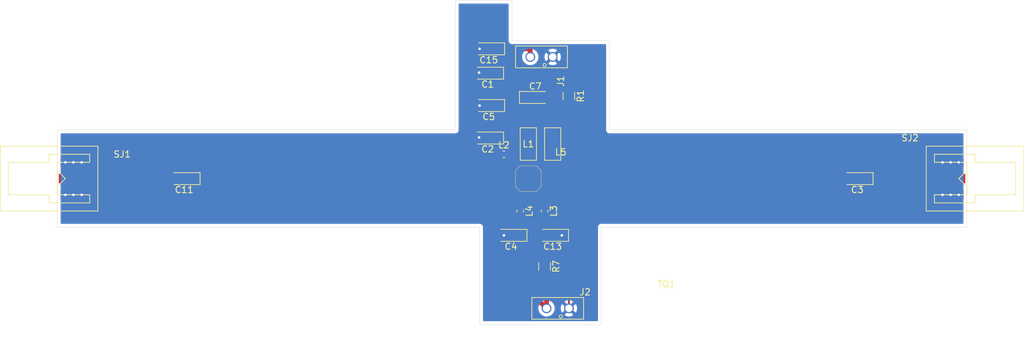
<source format=kicad_pcb>
(kicad_pcb (version 20171130) (host pcbnew 5.1.2-f72e74a~84~ubuntu18.04.1)

  (general
    (thickness 1.6)
    (drawings 19)
    (tracks 113)
    (zones 0)
    (modules 21)
    (nets 15)
  )

  (page A4)
  (layers
    (0 F.Cu signal)
    (31 B.Cu signal)
    (32 B.Adhes user)
    (33 F.Adhes user)
    (34 B.Paste user)
    (35 F.Paste user)
    (36 B.SilkS user)
    (37 F.SilkS user)
    (38 B.Mask user)
    (39 F.Mask user)
    (40 Dwgs.User user)
    (41 Cmts.User user)
    (42 Eco1.User user)
    (43 Eco2.User user)
    (44 Edge.Cuts user)
    (45 Margin user)
    (46 B.CrtYd user)
    (47 F.CrtYd user)
    (48 B.Fab user)
    (49 F.Fab user)
  )

  (setup
    (last_trace_width 0.25)
    (trace_clearance 0.2)
    (zone_clearance 0.508)
    (zone_45_only no)
    (trace_min 0.2)
    (via_size 0.8)
    (via_drill 0.4)
    (via_min_size 0.4)
    (via_min_drill 0.3)
    (uvia_size 0.3)
    (uvia_drill 0.1)
    (uvias_allowed no)
    (uvia_min_size 0.2)
    (uvia_min_drill 0.1)
    (edge_width 0.05)
    (segment_width 0.2)
    (pcb_text_width 0.3)
    (pcb_text_size 1.5 1.5)
    (mod_edge_width 0.12)
    (mod_text_size 1 1)
    (mod_text_width 0.15)
    (pad_size 6 2.2)
    (pad_drill 0)
    (pad_to_mask_clearance 0.051)
    (solder_mask_min_width 0.25)
    (aux_axis_origin 0 0)
    (visible_elements FFFFFF7F)
    (pcbplotparams
      (layerselection 0x010fc_ffffffff)
      (usegerberextensions false)
      (usegerberattributes false)
      (usegerberadvancedattributes false)
      (creategerberjobfile false)
      (excludeedgelayer true)
      (linewidth 0.100000)
      (plotframeref false)
      (viasonmask false)
      (mode 1)
      (useauxorigin false)
      (hpglpennumber 1)
      (hpglpenspeed 20)
      (hpglpendiameter 15.000000)
      (psnegative false)
      (psa4output false)
      (plotreference true)
      (plotvalue true)
      (plotinvisibletext false)
      (padsonsilk false)
      (subtractmaskfromsilk false)
      (outputformat 1)
      (mirror false)
      (drillshape 0)
      (scaleselection 1)
      (outputdirectory "ger_drill_rf_amp_matched/"))
  )

  (net 0 "")
  (net 1 GND)
  (net 2 VCC)
  (net 3 /RFout)
  (net 4 /RFin)
  (net 5 "Net-(C13-Pad2)")
  (net 6 /VCC2)
  (net 7 /VCC1)
  (net 8 /IREF_2)
  (net 9 /IREF_1)
  (net 10 /VBIAS)
  (net 11 /RF_OUT)
  (net 12 /RF_IN)
  (net 13 /VDD)
  (net 14 "Net-(L5-Pad1)")

  (net_class Default "This is the default net class."
    (clearance 0.2)
    (trace_width 0.25)
    (via_dia 0.8)
    (via_drill 0.4)
    (uvia_dia 0.3)
    (uvia_drill 0.1)
    (add_net /IREF_1)
    (add_net /IREF_2)
    (add_net /RF_IN)
    (add_net /RF_OUT)
    (add_net /RFin)
    (add_net /RFout)
    (add_net /VBIAS)
    (add_net /VCC1)
    (add_net /VCC2)
    (add_net /VDD)
    (add_net GND)
    (add_net "Net-(C13-Pad2)")
    (add_net "Net-(L5-Pad1)")
    (add_net VCC)
  )

  (module rf_filters:TQP9111 (layer F.Cu) (tedit 5D1DE3EE) (tstamp 5D89F7AC)
    (at 147.32 124.46)
    (path /5D3A0967)
    (fp_text reference TQ1 (at 21.59 16.51) (layer F.SilkS)
      (effects (font (size 1 1) (thickness 0.15)))
    )
    (fp_text value TQP9111 (at 25.4 7.62) (layer F.Fab)
      (effects (font (size 1 1) (thickness 0.15)))
    )
    (fp_line (start -1.27 -2) (end -2 -1.27) (layer F.SilkS) (width 0.05))
    (fp_line (start -1.27 2) (end -2 1.27) (layer F.SilkS) (width 0.05))
    (fp_line (start 2 1.27) (end 1.27 2) (layer F.SilkS) (width 0.05))
    (fp_line (start 1.27 -2) (end 2 -1.27) (layer F.SilkS) (width 0.05))
    (fp_line (start -1.27 -2) (end 1.27 -2) (layer F.SilkS) (width 0.05))
    (fp_line (start 2 -1.27) (end 2 1.27) (layer F.SilkS) (width 0.05))
    (fp_line (start -2 1.27) (end -2 -1.27) (layer F.SilkS) (width 0.05))
    (fp_line (start -1.27 2) (end 1.27 2) (layer F.SilkS) (width 0.05))
    (pad 21 smd rect (at 0 0) (size 2.15 2.15) (layers F.Cu F.Paste F.Mask)
      (net 1 GND))
    (pad 20 smd rect (at -1 -1.785) (size 0.23 0.23) (layers F.Cu F.Paste F.Mask)
      (net 7 /VCC1))
    (pad 19 smd rect (at -0.5 -1.785) (size 0.23 0.23) (layers F.Cu F.Paste F.Mask)
      (net 1 GND))
    (pad 18 smd rect (at 0 -1.785) (size 0.23 0.23) (layers F.Cu F.Paste F.Mask)
      (net 6 /VCC2))
    (pad 17 smd rect (at 0.5 -1.785) (size 0.23 0.23) (layers F.Cu F.Paste F.Mask)
      (net 1 GND))
    (pad 16 smd rect (at 1 -1.785) (size 0.23 0.23) (layers F.Cu F.Paste F.Mask)
      (net 10 /VBIAS))
    (pad 15 smd rect (at 1.785 -1) (size 0.23 0.23) (layers F.Cu F.Paste F.Mask)
      (net 1 GND))
    (pad 14 smd rect (at 1.785 -0.5) (size 0.23 0.23) (layers F.Cu F.Paste F.Mask)
      (net 11 /RF_OUT))
    (pad 13 smd rect (at 1.785 0) (size 0.23 0.23) (layers F.Cu F.Paste F.Mask)
      (net 11 /RF_OUT))
    (pad 12 smd rect (at 1.785 0.5) (size 0.23 0.23) (layers F.Cu F.Paste F.Mask)
      (net 11 /RF_OUT))
    (pad 11 smd rect (at 1.785 1) (size 0.23 0.23) (layers F.Cu F.Paste F.Mask)
      (net 1 GND))
    (pad 10 smd rect (at 1 1.785) (size 0.23 0.23) (layers F.Cu F.Paste F.Mask)
      (net 1 GND))
    (pad 9 smd rect (at 0.5 1.785) (size 0.23 0.23) (layers F.Cu F.Paste F.Mask)
      (net 1 GND))
    (pad 8 smd rect (at 0 1.785) (size 0.23 0.23) (layers F.Cu F.Paste F.Mask)
      (net 8 /IREF_2))
    (pad 7 smd rect (at -0.5 1.785) (size 0.23 0.23) (layers F.Cu F.Paste F.Mask)
      (net 1 GND))
    (pad 6 smd rect (at -1 1.785) (size 0.23 0.23) (layers F.Cu F.Paste F.Mask)
      (net 9 /IREF_1))
    (pad 5 smd rect (at -1.785 1) (size 0.23 0.23) (layers F.Cu F.Paste F.Mask))
    (pad 4 smd rect (at -1.785 0.5) (size 0.23 0.23) (layers F.Cu F.Paste F.Mask)
      (net 1 GND))
    (pad 3 smd rect (at -1.785 0) (size 0.23 0.23) (layers F.Cu F.Paste F.Mask)
      (net 12 /RF_IN))
    (pad 2 smd rect (at -1.785 -0.5) (size 0.23 0.23) (layers F.Cu F.Paste F.Mask)
      (net 12 /RF_IN))
    (pad 1 smd rect (at -1.785 -1) (size 0.23 0.23) (layers F.Cu F.Paste F.Mask)
      (net 1 GND))
  )

  (module custom_inductors:18nH_1900MHz (layer F.Cu) (tedit 5D1DE4F9) (tstamp 5D3FFF40)
    (at 151.13 119.05)
    (path /5D42733B)
    (fp_text reference L5 (at 1.27 1.27) (layer F.SilkS)
      (effects (font (size 1 1) (thickness 0.15)))
    )
    (fp_text value 18n (at 1.27 -1.27) (layer F.Fab)
      (effects (font (size 1 1) (thickness 0.15)))
    )
    (fp_line (start 1.27 -2.54) (end 1.27 2.54) (layer F.SilkS) (width 0.12))
    (fp_line (start -1.27 -2.54) (end -1.25 2.54) (layer F.SilkS) (width 0.12))
    (fp_line (start -1.25 2.54) (end 1.25 2.54) (layer F.SilkS) (width 0.12))
    (fp_line (start -1.25 -2.54) (end 1.25 -2.54) (layer F.SilkS) (width 0.12))
    (pad 2 smd rect (at 0 1.6) (size 2 1.2) (layers F.Cu F.Paste F.Mask)
      (net 10 /VBIAS))
    (pad 1 smd rect (at 0 -1.6) (size 2 1.2) (layers F.Cu F.Paste F.Mask)
      (net 14 "Net-(L5-Pad1)"))
  )

  (module sma_custom:CONSMA003.062-G (layer F.Cu) (tedit 5D1F15C9) (tstamp 5D1F6E61)
    (at 217.17 127)
    (path /5D1DE0DB)
    (fp_text reference SJ2 (at -10.16 -8.89) (layer F.SilkS)
      (effects (font (size 1 1) (thickness 0.15)))
    )
    (fp_text value sma_jack (at -11.43 -7.62) (layer F.Fab)
      (effects (font (size 1 1) (thickness 0.15)))
    )
    (fp_line (start -1.27 -1.27) (end -2.54 -2.54) (layer F.SilkS) (width 0.12))
    (fp_line (start -1.27 -3.81) (end -2.54 -2.54) (layer F.SilkS) (width 0.12))
    (fp_line (start -7.62 2.54) (end 7.62 2.54) (layer F.SilkS) (width 0.12))
    (fp_line (start 7.62 -7.62) (end -7.62 -7.62) (layer F.SilkS) (width 0.12))
    (fp_line (start -6.35 0) (end -6.35 1.27) (layer F.SilkS) (width 0.12))
    (fp_line (start -1.27 0) (end -6.35 0) (layer F.SilkS) (width 0.12))
    (fp_line (start -1.27 -5.08) (end -1.27 0) (layer F.SilkS) (width 0.12))
    (fp_line (start -6.35 -5.08) (end -1.27 -5.08) (layer F.SilkS) (width 0.12))
    (fp_line (start -6.35 -6.35) (end -6.35 -5.08) (layer F.SilkS) (width 0.12))
    (fp_line (start 6.35 -5.08) (end 6.35 0) (layer F.SilkS) (width 0.12))
    (fp_line (start 0 -5.08) (end 6.35 -5.08) (layer F.SilkS) (width 0.12))
    (fp_line (start 0 -6.35) (end 0 -5.08) (layer F.SilkS) (width 0.12))
    (fp_line (start 0 0) (end 6.35 0) (layer F.SilkS) (width 0.12))
    (fp_line (start 0 1.27) (end 0 0) (layer F.SilkS) (width 0.12))
    (fp_line (start 7.62 2.54) (end 7.62 -7.62) (layer F.SilkS) (width 0.12))
    (fp_line (start -7.62 -7.62) (end -7.62 2.54) (layer F.SilkS) (width 0.12))
    (fp_line (start 0 1.27) (end -6.35 1.27) (layer F.SilkS) (width 0.12))
    (fp_line (start -6.35 -6.35) (end 0 -6.35) (layer F.SilkS) (width 0.12))
    (pad 3 smd rect (at -3.81 0) (size 4.06 1.52) (layers F.Cu F.Paste F.Mask)
      (net 1 GND))
    (pad 2 smd rect (at -3.81 -5.08) (size 4.06 1.52) (layers F.Cu F.Paste F.Mask)
      (net 1 GND))
    (pad 1 smd rect (at -3.81 -2.54) (size 4.6 1.52) (layers F.Cu F.Paste F.Mask)
      (net 3 /RFout))
  )

  (module sma_custom:CONSMA003.062-G (layer F.Cu) (tedit 5D1F15C9) (tstamp 5D1F6E48)
    (at 72.39 121.92 180)
    (path /5D1DDA44)
    (fp_text reference SJ1 (at -11.43 1.27) (layer F.SilkS)
      (effects (font (size 1 1) (thickness 0.15)))
    )
    (fp_text value sma_jack (at -11.43 2.54) (layer F.Fab)
      (effects (font (size 1 1) (thickness 0.15)))
    )
    (fp_line (start -1.27 -1.27) (end -2.54 -2.54) (layer F.SilkS) (width 0.12))
    (fp_line (start -1.27 -3.81) (end -2.54 -2.54) (layer F.SilkS) (width 0.12))
    (fp_line (start -7.62 2.54) (end 7.62 2.54) (layer F.SilkS) (width 0.12))
    (fp_line (start 7.62 -7.62) (end -7.62 -7.62) (layer F.SilkS) (width 0.12))
    (fp_line (start -6.35 0) (end -6.35 1.27) (layer F.SilkS) (width 0.12))
    (fp_line (start -1.27 0) (end -6.35 0) (layer F.SilkS) (width 0.12))
    (fp_line (start -1.27 -5.08) (end -1.27 0) (layer F.SilkS) (width 0.12))
    (fp_line (start -6.35 -5.08) (end -1.27 -5.08) (layer F.SilkS) (width 0.12))
    (fp_line (start -6.35 -6.35) (end -6.35 -5.08) (layer F.SilkS) (width 0.12))
    (fp_line (start 6.35 -5.08) (end 6.35 0) (layer F.SilkS) (width 0.12))
    (fp_line (start 0 -5.08) (end 6.35 -5.08) (layer F.SilkS) (width 0.12))
    (fp_line (start 0 -6.35) (end 0 -5.08) (layer F.SilkS) (width 0.12))
    (fp_line (start 0 0) (end 6.35 0) (layer F.SilkS) (width 0.12))
    (fp_line (start 0 1.27) (end 0 0) (layer F.SilkS) (width 0.12))
    (fp_line (start 7.62 2.54) (end 7.62 -7.62) (layer F.SilkS) (width 0.12))
    (fp_line (start -7.62 -7.62) (end -7.62 2.54) (layer F.SilkS) (width 0.12))
    (fp_line (start 0 1.27) (end -6.35 1.27) (layer F.SilkS) (width 0.12))
    (fp_line (start -6.35 -6.35) (end 0 -6.35) (layer F.SilkS) (width 0.12))
    (pad 3 smd rect (at -3.81 0 180) (size 4.06 1.52) (layers F.Cu F.Paste F.Mask)
      (net 1 GND))
    (pad 2 smd rect (at -3.81 -5.08 180) (size 4.06 1.52) (layers F.Cu F.Paste F.Mask)
      (net 1 GND))
    (pad 1 smd rect (at -3.81 -2.54 180) (size 4.6 1.52) (layers F.Cu F.Paste F.Mask)
      (net 4 /RFin))
  )

  (module borniers:PRT-08084 (layer F.Cu) (tedit 5D01074F) (tstamp 5D1E2B6E)
    (at 153.67 149.86)
    (path /5D26C780)
    (fp_text reference J2 (at 2.54 -7.62) (layer F.SilkS)
      (effects (font (size 1 1) (thickness 0.15)))
    )
    (fp_text value Supply_2 (at -2.54 -8.89) (layer F.Fab)
      (effects (font (size 1 1) (thickness 0.15)))
    )
    (fp_circle (center -1.27 -3.81) (end -1.02 -3.81) (layer F.SilkS) (width 0.12))
    (fp_line (start 2.3 -3.38) (end -5.8 -3.38) (layer F.SilkS) (width 0.12))
    (fp_line (start -5.8 -6.78) (end 2.3 -6.78) (layer F.SilkS) (width 0.12))
    (fp_line (start 2.3 -3.38) (end 2.3 -6.78) (layer F.SilkS) (width 0.12))
    (fp_line (start -5.8 -3.38) (end -5.8 -6.78) (layer F.SilkS) (width 0.12))
    (pad 2 thru_hole circle (at 0 -5.08) (size 1.524 1.524) (drill 1.15) (layers *.Cu *.Mask)
      (net 1 GND))
    (pad 1 thru_hole circle (at -3.5 -5.08) (size 1.524 1.524) (drill 1.15) (layers *.Cu *.Mask)
      (net 13 /VDD))
  )

  (module Resistor_SMD:R_1206_3216Metric_Pad1.42x1.75mm_HandSolder (layer F.Cu) (tedit 5B301BBD) (tstamp 5D1DF72D)
    (at 149.86 138.2125 270)
    (descr "Resistor SMD 1206 (3216 Metric), square (rectangular) end terminal, IPC_7351 nominal with elongated pad for handsoldering. (Body size source: http://www.tortai-tech.com/upload/download/2011102023233369053.pdf), generated with kicad-footprint-generator")
    (tags "resistor handsolder")
    (path /5D20503D)
    (attr smd)
    (fp_text reference R7 (at 0 -1.82 90) (layer F.SilkS)
      (effects (font (size 1 1) (thickness 0.15)))
    )
    (fp_text value 200 (at 0 1.82 90) (layer F.Fab)
      (effects (font (size 1 1) (thickness 0.15)))
    )
    (fp_text user %R (at 0 0 90) (layer F.Fab)
      (effects (font (size 0.8 0.8) (thickness 0.12)))
    )
    (fp_line (start 2.45 1.12) (end -2.45 1.12) (layer F.CrtYd) (width 0.05))
    (fp_line (start 2.45 -1.12) (end 2.45 1.12) (layer F.CrtYd) (width 0.05))
    (fp_line (start -2.45 -1.12) (end 2.45 -1.12) (layer F.CrtYd) (width 0.05))
    (fp_line (start -2.45 1.12) (end -2.45 -1.12) (layer F.CrtYd) (width 0.05))
    (fp_line (start -0.602064 0.91) (end 0.602064 0.91) (layer F.SilkS) (width 0.12))
    (fp_line (start -0.602064 -0.91) (end 0.602064 -0.91) (layer F.SilkS) (width 0.12))
    (fp_line (start 1.6 0.8) (end -1.6 0.8) (layer F.Fab) (width 0.1))
    (fp_line (start 1.6 -0.8) (end 1.6 0.8) (layer F.Fab) (width 0.1))
    (fp_line (start -1.6 -0.8) (end 1.6 -0.8) (layer F.Fab) (width 0.1))
    (fp_line (start -1.6 0.8) (end -1.6 -0.8) (layer F.Fab) (width 0.1))
    (pad 2 smd roundrect (at 1.4875 0 270) (size 1.425 1.75) (layers F.Cu F.Paste F.Mask) (roundrect_rratio 0.175439)
      (net 13 /VDD))
    (pad 1 smd roundrect (at -1.4875 0 270) (size 1.425 1.75) (layers F.Cu F.Paste F.Mask) (roundrect_rratio 0.175439)
      (net 5 "Net-(C13-Pad2)"))
    (model ${KISYS3DMOD}/Resistor_SMD.3dshapes/R_1206_3216Metric.wrl
      (at (xyz 0 0 0))
      (scale (xyz 1 1 1))
      (rotate (xyz 0 0 0))
    )
  )

  (module Resistor_SMD:R_1206_3216Metric_Pad1.42x1.75mm_HandSolder (layer F.Cu) (tedit 5B301BBD) (tstamp 5D1DF70B)
    (at 153.67 111.5425 270)
    (descr "Resistor SMD 1206 (3216 Metric), square (rectangular) end terminal, IPC_7351 nominal with elongated pad for handsoldering. (Body size source: http://www.tortai-tech.com/upload/download/2011102023233369053.pdf), generated with kicad-footprint-generator")
    (tags "resistor handsolder")
    (path /5D1E59D8)
    (attr smd)
    (fp_text reference R1 (at 0 -1.82 90) (layer F.SilkS)
      (effects (font (size 1 1) (thickness 0.15)))
    )
    (fp_text value 220 (at 0 1.82 90) (layer F.Fab)
      (effects (font (size 1 1) (thickness 0.15)))
    )
    (fp_text user %R (at 0 0 90) (layer F.Fab)
      (effects (font (size 0.8 0.8) (thickness 0.12)))
    )
    (fp_line (start 2.45 1.12) (end -2.45 1.12) (layer F.CrtYd) (width 0.05))
    (fp_line (start 2.45 -1.12) (end 2.45 1.12) (layer F.CrtYd) (width 0.05))
    (fp_line (start -2.45 -1.12) (end 2.45 -1.12) (layer F.CrtYd) (width 0.05))
    (fp_line (start -2.45 1.12) (end -2.45 -1.12) (layer F.CrtYd) (width 0.05))
    (fp_line (start -0.602064 0.91) (end 0.602064 0.91) (layer F.SilkS) (width 0.12))
    (fp_line (start -0.602064 -0.91) (end 0.602064 -0.91) (layer F.SilkS) (width 0.12))
    (fp_line (start 1.6 0.8) (end -1.6 0.8) (layer F.Fab) (width 0.1))
    (fp_line (start 1.6 -0.8) (end 1.6 0.8) (layer F.Fab) (width 0.1))
    (fp_line (start -1.6 -0.8) (end 1.6 -0.8) (layer F.Fab) (width 0.1))
    (fp_line (start -1.6 0.8) (end -1.6 -0.8) (layer F.Fab) (width 0.1))
    (pad 2 smd roundrect (at 1.4875 0 270) (size 1.425 1.75) (layers F.Cu F.Paste F.Mask) (roundrect_rratio 0.175439)
      (net 14 "Net-(L5-Pad1)"))
    (pad 1 smd roundrect (at -1.4875 0 270) (size 1.425 1.75) (layers F.Cu F.Paste F.Mask) (roundrect_rratio 0.175439)
      (net 2 VCC))
    (model ${KISYS3DMOD}/Resistor_SMD.3dshapes/R_1206_3216Metric.wrl
      (at (xyz 0 0 0))
      (scale (xyz 1 1 1))
      (rotate (xyz 0 0 0))
    )
  )

  (module Inductor_SMD:L_0603_1608Metric_Pad1.05x0.95mm_HandSolder (layer F.Cu) (tedit 5B301BBE) (tstamp 5D1DF6FA)
    (at 146.05 129.54 270)
    (descr "Capacitor SMD 0603 (1608 Metric), square (rectangular) end terminal, IPC_7351 nominal with elongated pad for handsoldering. (Body size source: http://www.tortai-tech.com/upload/download/2011102023233369053.pdf), generated with kicad-footprint-generator")
    (tags "inductor handsolder")
    (path /5D212105)
    (attr smd)
    (fp_text reference L4 (at 0 -1.43 90) (layer F.SilkS)
      (effects (font (size 1 1) (thickness 0.15)))
    )
    (fp_text value 27n (at 0 1.43 90) (layer F.Fab)
      (effects (font (size 1 1) (thickness 0.15)))
    )
    (fp_text user %R (at 0 0 90) (layer F.Fab)
      (effects (font (size 0.4 0.4) (thickness 0.06)))
    )
    (fp_line (start 1.65 0.73) (end -1.65 0.73) (layer F.CrtYd) (width 0.05))
    (fp_line (start 1.65 -0.73) (end 1.65 0.73) (layer F.CrtYd) (width 0.05))
    (fp_line (start -1.65 -0.73) (end 1.65 -0.73) (layer F.CrtYd) (width 0.05))
    (fp_line (start -1.65 0.73) (end -1.65 -0.73) (layer F.CrtYd) (width 0.05))
    (fp_line (start -0.171267 0.51) (end 0.171267 0.51) (layer F.SilkS) (width 0.12))
    (fp_line (start -0.171267 -0.51) (end 0.171267 -0.51) (layer F.SilkS) (width 0.12))
    (fp_line (start 0.8 0.4) (end -0.8 0.4) (layer F.Fab) (width 0.1))
    (fp_line (start 0.8 -0.4) (end 0.8 0.4) (layer F.Fab) (width 0.1))
    (fp_line (start -0.8 -0.4) (end 0.8 -0.4) (layer F.Fab) (width 0.1))
    (fp_line (start -0.8 0.4) (end -0.8 -0.4) (layer F.Fab) (width 0.1))
    (pad 2 smd roundrect (at 0.875 0 270) (size 1.05 0.95) (layers F.Cu F.Paste F.Mask) (roundrect_rratio 0.25)
      (net 13 /VDD))
    (pad 1 smd roundrect (at -0.875 0 270) (size 1.05 0.95) (layers F.Cu F.Paste F.Mask) (roundrect_rratio 0.25)
      (net 9 /IREF_1))
    (model ${KISYS3DMOD}/Inductor_SMD.3dshapes/L_0603_1608Metric.wrl
      (at (xyz 0 0 0))
      (scale (xyz 1 1 1))
      (rotate (xyz 0 0 0))
    )
  )

  (module Inductor_SMD:L_0603_1608Metric_Pad1.05x0.95mm_HandSolder (layer F.Cu) (tedit 5B301BBE) (tstamp 5D1DF6E9)
    (at 149.86 129.54 270)
    (descr "Capacitor SMD 0603 (1608 Metric), square (rectangular) end terminal, IPC_7351 nominal with elongated pad for handsoldering. (Body size source: http://www.tortai-tech.com/upload/download/2011102023233369053.pdf), generated with kicad-footprint-generator")
    (tags "inductor handsolder")
    (path /5D206E79)
    (attr smd)
    (fp_text reference L3 (at 0 -1.43 90) (layer F.SilkS)
      (effects (font (size 1 1) (thickness 0.15)))
    )
    (fp_text value 27n (at 0 1.43 90) (layer F.Fab)
      (effects (font (size 1 1) (thickness 0.15)))
    )
    (fp_text user %R (at 0 0 90) (layer F.Fab)
      (effects (font (size 0.4 0.4) (thickness 0.06)))
    )
    (fp_line (start 1.65 0.73) (end -1.65 0.73) (layer F.CrtYd) (width 0.05))
    (fp_line (start 1.65 -0.73) (end 1.65 0.73) (layer F.CrtYd) (width 0.05))
    (fp_line (start -1.65 -0.73) (end 1.65 -0.73) (layer F.CrtYd) (width 0.05))
    (fp_line (start -1.65 0.73) (end -1.65 -0.73) (layer F.CrtYd) (width 0.05))
    (fp_line (start -0.171267 0.51) (end 0.171267 0.51) (layer F.SilkS) (width 0.12))
    (fp_line (start -0.171267 -0.51) (end 0.171267 -0.51) (layer F.SilkS) (width 0.12))
    (fp_line (start 0.8 0.4) (end -0.8 0.4) (layer F.Fab) (width 0.1))
    (fp_line (start 0.8 -0.4) (end 0.8 0.4) (layer F.Fab) (width 0.1))
    (fp_line (start -0.8 -0.4) (end 0.8 -0.4) (layer F.Fab) (width 0.1))
    (fp_line (start -0.8 0.4) (end -0.8 -0.4) (layer F.Fab) (width 0.1))
    (pad 2 smd roundrect (at 0.875 0 270) (size 1.05 0.95) (layers F.Cu F.Paste F.Mask) (roundrect_rratio 0.25)
      (net 5 "Net-(C13-Pad2)"))
    (pad 1 smd roundrect (at -0.875 0 270) (size 1.05 0.95) (layers F.Cu F.Paste F.Mask) (roundrect_rratio 0.25)
      (net 8 /IREF_2))
    (model ${KISYS3DMOD}/Inductor_SMD.3dshapes/L_0603_1608Metric.wrl
      (at (xyz 0 0 0))
      (scale (xyz 1 1 1))
      (rotate (xyz 0 0 0))
    )
  )

  (module Inductor_SMD:L_0603_1608Metric_Pad1.05x0.95mm_HandSolder (layer F.Cu) (tedit 5B301BBE) (tstamp 5D1DF6D8)
    (at 143.51 120.65)
    (descr "Capacitor SMD 0603 (1608 Metric), square (rectangular) end terminal, IPC_7351 nominal with elongated pad for handsoldering. (Body size source: http://www.tortai-tech.com/upload/download/2011102023233369053.pdf), generated with kicad-footprint-generator")
    (tags "inductor handsolder")
    (path /5D1E72B8)
    (attr smd)
    (fp_text reference L2 (at 0 -1.43) (layer F.SilkS)
      (effects (font (size 1 1) (thickness 0.15)))
    )
    (fp_text value 56n (at 0 1.43) (layer F.Fab)
      (effects (font (size 1 1) (thickness 0.15)))
    )
    (fp_text user %R (at 0 0) (layer F.Fab)
      (effects (font (size 0.4 0.4) (thickness 0.06)))
    )
    (fp_line (start 1.65 0.73) (end -1.65 0.73) (layer F.CrtYd) (width 0.05))
    (fp_line (start 1.65 -0.73) (end 1.65 0.73) (layer F.CrtYd) (width 0.05))
    (fp_line (start -1.65 -0.73) (end 1.65 -0.73) (layer F.CrtYd) (width 0.05))
    (fp_line (start -1.65 0.73) (end -1.65 -0.73) (layer F.CrtYd) (width 0.05))
    (fp_line (start -0.171267 0.51) (end 0.171267 0.51) (layer F.SilkS) (width 0.12))
    (fp_line (start -0.171267 -0.51) (end 0.171267 -0.51) (layer F.SilkS) (width 0.12))
    (fp_line (start 0.8 0.4) (end -0.8 0.4) (layer F.Fab) (width 0.1))
    (fp_line (start 0.8 -0.4) (end 0.8 0.4) (layer F.Fab) (width 0.1))
    (fp_line (start -0.8 -0.4) (end 0.8 -0.4) (layer F.Fab) (width 0.1))
    (fp_line (start -0.8 0.4) (end -0.8 -0.4) (layer F.Fab) (width 0.1))
    (pad 2 smd roundrect (at 0.875 0) (size 1.05 0.95) (layers F.Cu F.Paste F.Mask) (roundrect_rratio 0.25)
      (net 7 /VCC1))
    (pad 1 smd roundrect (at -0.875 0) (size 1.05 0.95) (layers F.Cu F.Paste F.Mask) (roundrect_rratio 0.25)
      (net 2 VCC))
    (model ${KISYS3DMOD}/Inductor_SMD.3dshapes/L_0603_1608Metric.wrl
      (at (xyz 0 0 0))
      (scale (xyz 1 1 1))
      (rotate (xyz 0 0 0))
    )
  )

  (module custom_inductors:18nH_1900MHz (layer F.Cu) (tedit 5D1DD29D) (tstamp 5D1DF6C7)
    (at 147.32 119.05)
    (path /5D1E65AB)
    (fp_text reference L1 (at 0 0) (layer F.SilkS)
      (effects (font (size 1 1) (thickness 0.15)))
    )
    (fp_text value 18n (at 0 -2.54) (layer F.Fab)
      (effects (font (size 1 1) (thickness 0.15)))
    )
    (fp_line (start 1.27 -2.54) (end 1.27 2.54) (layer F.SilkS) (width 0.12))
    (fp_line (start -1.27 -2.54) (end -1.25 2.54) (layer F.SilkS) (width 0.12))
    (fp_line (start -1.25 2.54) (end 1.25 2.54) (layer F.SilkS) (width 0.12))
    (fp_line (start -1.25 -2.54) (end 1.25 -2.54) (layer F.SilkS) (width 0.12))
    (pad 2 smd rect (at 0 1.6) (size 2 1.2) (layers F.Cu F.Paste F.Mask)
      (net 6 /VCC2))
    (pad 1 smd rect (at 0 -1.6) (size 2 1.2) (layers F.Cu F.Paste F.Mask)
      (net 2 VCC))
  )

  (module borniers:PRT-08084 (layer F.Cu) (tedit 5D01074F) (tstamp 5D1DF6BD)
    (at 151.13 110.49)
    (path /5D1ECD37)
    (fp_text reference J1 (at 1.27 -1.27 270) (layer F.SilkS)
      (effects (font (size 1 1) (thickness 0.15)))
    )
    (fp_text value Supply_voltage_conn (at 0 -2.54) (layer F.Fab)
      (effects (font (size 1 1) (thickness 0.15)))
    )
    (fp_circle (center -1.27 -3.81) (end -1.02 -3.81) (layer F.SilkS) (width 0.12))
    (fp_line (start 2.3 -3.38) (end -5.8 -3.38) (layer F.SilkS) (width 0.12))
    (fp_line (start -5.8 -6.78) (end 2.3 -6.78) (layer F.SilkS) (width 0.12))
    (fp_line (start 2.3 -3.38) (end 2.3 -6.78) (layer F.SilkS) (width 0.12))
    (fp_line (start -5.8 -3.38) (end -5.8 -6.78) (layer F.SilkS) (width 0.12))
    (pad 2 thru_hole circle (at 0 -5.08) (size 1.524 1.524) (drill 1.15) (layers *.Cu *.Mask)
      (net 1 GND))
    (pad 1 thru_hole circle (at -3.5 -5.08) (size 1.524 1.524) (drill 1.15) (layers *.Cu *.Mask)
      (net 2 VCC))
  )

  (module Capacitor_Tantalum_SMD:CP_EIA-3216-10_Kemet-I_Pad1.58x1.35mm_HandSolder (layer F.Cu) (tedit 5B301BBE) (tstamp 5D1DF6B2)
    (at 141.1375 104.14 180)
    (descr "Tantalum Capacitor SMD Kemet-I (3216-10 Metric), IPC_7351 nominal, (Body size from: http://www.kemet.com/Lists/ProductCatalog/Attachments/253/KEM_TC101_STD.pdf), generated with kicad-footprint-generator")
    (tags "capacitor tantalum")
    (path /5D1E6B63)
    (attr smd)
    (fp_text reference C15 (at 0 -1.75) (layer F.SilkS)
      (effects (font (size 1 1) (thickness 0.15)))
    )
    (fp_text value 0.1u (at 0 1.75) (layer F.Fab)
      (effects (font (size 1 1) (thickness 0.15)))
    )
    (fp_text user %R (at 0 0) (layer F.Fab)
      (effects (font (size 0.8 0.8) (thickness 0.12)))
    )
    (fp_line (start 2.48 1.05) (end -2.48 1.05) (layer F.CrtYd) (width 0.05))
    (fp_line (start 2.48 -1.05) (end 2.48 1.05) (layer F.CrtYd) (width 0.05))
    (fp_line (start -2.48 -1.05) (end 2.48 -1.05) (layer F.CrtYd) (width 0.05))
    (fp_line (start -2.48 1.05) (end -2.48 -1.05) (layer F.CrtYd) (width 0.05))
    (fp_line (start -2.485 0.935) (end 1.6 0.935) (layer F.SilkS) (width 0.12))
    (fp_line (start -2.485 -0.935) (end -2.485 0.935) (layer F.SilkS) (width 0.12))
    (fp_line (start 1.6 -0.935) (end -2.485 -0.935) (layer F.SilkS) (width 0.12))
    (fp_line (start 1.6 0.8) (end 1.6 -0.8) (layer F.Fab) (width 0.1))
    (fp_line (start -1.6 0.8) (end 1.6 0.8) (layer F.Fab) (width 0.1))
    (fp_line (start -1.6 -0.4) (end -1.6 0.8) (layer F.Fab) (width 0.1))
    (fp_line (start -1.2 -0.8) (end -1.6 -0.4) (layer F.Fab) (width 0.1))
    (fp_line (start 1.6 -0.8) (end -1.2 -0.8) (layer F.Fab) (width 0.1))
    (pad 2 smd roundrect (at 1.4375 0 180) (size 1.575 1.35) (layers F.Cu F.Paste F.Mask) (roundrect_rratio 0.185185)
      (net 1 GND))
    (pad 1 smd roundrect (at -1.4375 0 180) (size 1.575 1.35) (layers F.Cu F.Paste F.Mask) (roundrect_rratio 0.185185)
      (net 2 VCC))
    (model ${KISYS3DMOD}/Capacitor_Tantalum_SMD.3dshapes/CP_EIA-3216-10_Kemet-I.wrl
      (at (xyz 0 0 0))
      (scale (xyz 1 1 1))
      (rotate (xyz 0 0 0))
    )
  )

  (module Capacitor_Tantalum_SMD:CP_EIA-3216-10_Kemet-I_Pad1.58x1.35mm_HandSolder (layer F.Cu) (tedit 5B301BBE) (tstamp 5D1DF69F)
    (at 151.13 133.35 180)
    (descr "Tantalum Capacitor SMD Kemet-I (3216-10 Metric), IPC_7351 nominal, (Body size from: http://www.kemet.com/Lists/ProductCatalog/Attachments/253/KEM_TC101_STD.pdf), generated with kicad-footprint-generator")
    (tags "capacitor tantalum")
    (path /5D207294)
    (attr smd)
    (fp_text reference C13 (at 0 -1.75) (layer F.SilkS)
      (effects (font (size 1 1) (thickness 0.15)))
    )
    (fp_text value 0.1u (at 0 1.75) (layer F.Fab)
      (effects (font (size 1 1) (thickness 0.15)))
    )
    (fp_text user %R (at 0 0) (layer F.Fab)
      (effects (font (size 0.8 0.8) (thickness 0.12)))
    )
    (fp_line (start 2.48 1.05) (end -2.48 1.05) (layer F.CrtYd) (width 0.05))
    (fp_line (start 2.48 -1.05) (end 2.48 1.05) (layer F.CrtYd) (width 0.05))
    (fp_line (start -2.48 -1.05) (end 2.48 -1.05) (layer F.CrtYd) (width 0.05))
    (fp_line (start -2.48 1.05) (end -2.48 -1.05) (layer F.CrtYd) (width 0.05))
    (fp_line (start -2.485 0.935) (end 1.6 0.935) (layer F.SilkS) (width 0.12))
    (fp_line (start -2.485 -0.935) (end -2.485 0.935) (layer F.SilkS) (width 0.12))
    (fp_line (start 1.6 -0.935) (end -2.485 -0.935) (layer F.SilkS) (width 0.12))
    (fp_line (start 1.6 0.8) (end 1.6 -0.8) (layer F.Fab) (width 0.1))
    (fp_line (start -1.6 0.8) (end 1.6 0.8) (layer F.Fab) (width 0.1))
    (fp_line (start -1.6 -0.4) (end -1.6 0.8) (layer F.Fab) (width 0.1))
    (fp_line (start -1.2 -0.8) (end -1.6 -0.4) (layer F.Fab) (width 0.1))
    (fp_line (start 1.6 -0.8) (end -1.2 -0.8) (layer F.Fab) (width 0.1))
    (pad 2 smd roundrect (at 1.4375 0 180) (size 1.575 1.35) (layers F.Cu F.Paste F.Mask) (roundrect_rratio 0.185185)
      (net 5 "Net-(C13-Pad2)"))
    (pad 1 smd roundrect (at -1.4375 0 180) (size 1.575 1.35) (layers F.Cu F.Paste F.Mask) (roundrect_rratio 0.185185)
      (net 1 GND))
    (model ${KISYS3DMOD}/Capacitor_Tantalum_SMD.3dshapes/CP_EIA-3216-10_Kemet-I.wrl
      (at (xyz 0 0 0))
      (scale (xyz 1 1 1))
      (rotate (xyz 0 0 0))
    )
  )

  (module Capacitor_Tantalum_SMD:CP_EIA-3216-10_Kemet-I_Pad1.58x1.35mm_HandSolder (layer F.Cu) (tedit 5B301BBE) (tstamp 5D1DF68C)
    (at 93.5125 124.46 180)
    (descr "Tantalum Capacitor SMD Kemet-I (3216-10 Metric), IPC_7351 nominal, (Body size from: http://www.kemet.com/Lists/ProductCatalog/Attachments/253/KEM_TC101_STD.pdf), generated with kicad-footprint-generator")
    (tags "capacitor tantalum")
    (path /5D1F7B37)
    (attr smd)
    (fp_text reference C11 (at 0 -1.75) (layer F.SilkS)
      (effects (font (size 1 1) (thickness 0.15)))
    )
    (fp_text value 100p (at 0 1.75) (layer F.Fab)
      (effects (font (size 1 1) (thickness 0.15)))
    )
    (fp_text user %R (at 0 0) (layer F.Fab)
      (effects (font (size 0.8 0.8) (thickness 0.12)))
    )
    (fp_line (start 2.48 1.05) (end -2.48 1.05) (layer F.CrtYd) (width 0.05))
    (fp_line (start 2.48 -1.05) (end 2.48 1.05) (layer F.CrtYd) (width 0.05))
    (fp_line (start -2.48 -1.05) (end 2.48 -1.05) (layer F.CrtYd) (width 0.05))
    (fp_line (start -2.48 1.05) (end -2.48 -1.05) (layer F.CrtYd) (width 0.05))
    (fp_line (start -2.485 0.935) (end 1.6 0.935) (layer F.SilkS) (width 0.12))
    (fp_line (start -2.485 -0.935) (end -2.485 0.935) (layer F.SilkS) (width 0.12))
    (fp_line (start 1.6 -0.935) (end -2.485 -0.935) (layer F.SilkS) (width 0.12))
    (fp_line (start 1.6 0.8) (end 1.6 -0.8) (layer F.Fab) (width 0.1))
    (fp_line (start -1.6 0.8) (end 1.6 0.8) (layer F.Fab) (width 0.1))
    (fp_line (start -1.6 -0.4) (end -1.6 0.8) (layer F.Fab) (width 0.1))
    (fp_line (start -1.2 -0.8) (end -1.6 -0.4) (layer F.Fab) (width 0.1))
    (fp_line (start 1.6 -0.8) (end -1.2 -0.8) (layer F.Fab) (width 0.1))
    (pad 2 smd roundrect (at 1.4375 0 180) (size 1.575 1.35) (layers F.Cu F.Paste F.Mask) (roundrect_rratio 0.185185)
      (net 4 /RFin))
    (pad 1 smd roundrect (at -1.4375 0 180) (size 1.575 1.35) (layers F.Cu F.Paste F.Mask) (roundrect_rratio 0.185185)
      (net 12 /RF_IN))
    (model ${KISYS3DMOD}/Capacitor_Tantalum_SMD.3dshapes/CP_EIA-3216-10_Kemet-I.wrl
      (at (xyz 0 0 0))
      (scale (xyz 1 1 1))
      (rotate (xyz 0 0 0))
    )
  )

  (module Capacitor_Tantalum_SMD:CP_EIA-3216-10_Kemet-I_Pad1.58x1.35mm_HandSolder (layer F.Cu) (tedit 5B301BBE) (tstamp 5D1DF679)
    (at 148.4225 111.76)
    (descr "Tantalum Capacitor SMD Kemet-I (3216-10 Metric), IPC_7351 nominal, (Body size from: http://www.kemet.com/Lists/ProductCatalog/Attachments/253/KEM_TC101_STD.pdf), generated with kicad-footprint-generator")
    (tags "capacitor tantalum")
    (path /5D1E6137)
    (attr smd)
    (fp_text reference C7 (at 0 -1.75) (layer F.SilkS)
      (effects (font (size 1 1) (thickness 0.15)))
    )
    (fp_text value 10u (at 0 1.75) (layer F.Fab)
      (effects (font (size 1 1) (thickness 0.15)))
    )
    (fp_text user %R (at 0 0) (layer F.Fab)
      (effects (font (size 0.8 0.8) (thickness 0.12)))
    )
    (fp_line (start 2.48 1.05) (end -2.48 1.05) (layer F.CrtYd) (width 0.05))
    (fp_line (start 2.48 -1.05) (end 2.48 1.05) (layer F.CrtYd) (width 0.05))
    (fp_line (start -2.48 -1.05) (end 2.48 -1.05) (layer F.CrtYd) (width 0.05))
    (fp_line (start -2.48 1.05) (end -2.48 -1.05) (layer F.CrtYd) (width 0.05))
    (fp_line (start -2.485 0.935) (end 1.6 0.935) (layer F.SilkS) (width 0.12))
    (fp_line (start -2.485 -0.935) (end -2.485 0.935) (layer F.SilkS) (width 0.12))
    (fp_line (start 1.6 -0.935) (end -2.485 -0.935) (layer F.SilkS) (width 0.12))
    (fp_line (start 1.6 0.8) (end 1.6 -0.8) (layer F.Fab) (width 0.1))
    (fp_line (start -1.6 0.8) (end 1.6 0.8) (layer F.Fab) (width 0.1))
    (fp_line (start -1.6 -0.4) (end -1.6 0.8) (layer F.Fab) (width 0.1))
    (fp_line (start -1.2 -0.8) (end -1.6 -0.4) (layer F.Fab) (width 0.1))
    (fp_line (start 1.6 -0.8) (end -1.2 -0.8) (layer F.Fab) (width 0.1))
    (pad 2 smd roundrect (at 1.4375 0) (size 1.575 1.35) (layers F.Cu F.Paste F.Mask) (roundrect_rratio 0.185185)
      (net 2 VCC))
    (pad 1 smd roundrect (at -1.4375 0) (size 1.575 1.35) (layers F.Cu F.Paste F.Mask) (roundrect_rratio 0.185185)
      (net 1 GND))
    (model ${KISYS3DMOD}/Capacitor_Tantalum_SMD.3dshapes/CP_EIA-3216-10_Kemet-I.wrl
      (at (xyz 0 0 0))
      (scale (xyz 1 1 1))
      (rotate (xyz 0 0 0))
    )
  )

  (module Capacitor_Tantalum_SMD:CP_EIA-3216-10_Kemet-I_Pad1.58x1.35mm_HandSolder (layer F.Cu) (tedit 5B301BBE) (tstamp 5D1DF666)
    (at 141.1375 113.03 180)
    (descr "Tantalum Capacitor SMD Kemet-I (3216-10 Metric), IPC_7351 nominal, (Body size from: http://www.kemet.com/Lists/ProductCatalog/Attachments/253/KEM_TC101_STD.pdf), generated with kicad-footprint-generator")
    (tags "capacitor tantalum")
    (path /5D1E8222)
    (attr smd)
    (fp_text reference C5 (at 0 -1.75) (layer F.SilkS)
      (effects (font (size 1 1) (thickness 0.15)))
    )
    (fp_text value 0.1u (at 0 1.75) (layer F.Fab)
      (effects (font (size 1 1) (thickness 0.15)))
    )
    (fp_text user %R (at 0 0) (layer F.Fab)
      (effects (font (size 0.8 0.8) (thickness 0.12)))
    )
    (fp_line (start 2.48 1.05) (end -2.48 1.05) (layer F.CrtYd) (width 0.05))
    (fp_line (start 2.48 -1.05) (end 2.48 1.05) (layer F.CrtYd) (width 0.05))
    (fp_line (start -2.48 -1.05) (end 2.48 -1.05) (layer F.CrtYd) (width 0.05))
    (fp_line (start -2.48 1.05) (end -2.48 -1.05) (layer F.CrtYd) (width 0.05))
    (fp_line (start -2.485 0.935) (end 1.6 0.935) (layer F.SilkS) (width 0.12))
    (fp_line (start -2.485 -0.935) (end -2.485 0.935) (layer F.SilkS) (width 0.12))
    (fp_line (start 1.6 -0.935) (end -2.485 -0.935) (layer F.SilkS) (width 0.12))
    (fp_line (start 1.6 0.8) (end 1.6 -0.8) (layer F.Fab) (width 0.1))
    (fp_line (start -1.6 0.8) (end 1.6 0.8) (layer F.Fab) (width 0.1))
    (fp_line (start -1.6 -0.4) (end -1.6 0.8) (layer F.Fab) (width 0.1))
    (fp_line (start -1.2 -0.8) (end -1.6 -0.4) (layer F.Fab) (width 0.1))
    (fp_line (start 1.6 -0.8) (end -1.2 -0.8) (layer F.Fab) (width 0.1))
    (pad 2 smd roundrect (at 1.4375 0 180) (size 1.575 1.35) (layers F.Cu F.Paste F.Mask) (roundrect_rratio 0.185185)
      (net 1 GND))
    (pad 1 smd roundrect (at -1.4375 0 180) (size 1.575 1.35) (layers F.Cu F.Paste F.Mask) (roundrect_rratio 0.185185)
      (net 2 VCC))
    (model ${KISYS3DMOD}/Capacitor_Tantalum_SMD.3dshapes/CP_EIA-3216-10_Kemet-I.wrl
      (at (xyz 0 0 0))
      (scale (xyz 1 1 1))
      (rotate (xyz 0 0 0))
    )
  )

  (module Capacitor_Tantalum_SMD:CP_EIA-3216-10_Kemet-I_Pad1.58x1.35mm_HandSolder (layer F.Cu) (tedit 5B301BBE) (tstamp 5D1DF653)
    (at 144.6125 133.35 180)
    (descr "Tantalum Capacitor SMD Kemet-I (3216-10 Metric), IPC_7351 nominal, (Body size from: http://www.kemet.com/Lists/ProductCatalog/Attachments/253/KEM_TC101_STD.pdf), generated with kicad-footprint-generator")
    (tags "capacitor tantalum")
    (path /5D20DCDD)
    (attr smd)
    (fp_text reference C4 (at 0 -1.75) (layer F.SilkS)
      (effects (font (size 1 1) (thickness 0.15)))
    )
    (fp_text value 0.1u (at 0 1.75) (layer F.Fab)
      (effects (font (size 1 1) (thickness 0.15)))
    )
    (fp_text user %R (at 0 0) (layer F.Fab)
      (effects (font (size 0.8 0.8) (thickness 0.12)))
    )
    (fp_line (start 2.48 1.05) (end -2.48 1.05) (layer F.CrtYd) (width 0.05))
    (fp_line (start 2.48 -1.05) (end 2.48 1.05) (layer F.CrtYd) (width 0.05))
    (fp_line (start -2.48 -1.05) (end 2.48 -1.05) (layer F.CrtYd) (width 0.05))
    (fp_line (start -2.48 1.05) (end -2.48 -1.05) (layer F.CrtYd) (width 0.05))
    (fp_line (start -2.485 0.935) (end 1.6 0.935) (layer F.SilkS) (width 0.12))
    (fp_line (start -2.485 -0.935) (end -2.485 0.935) (layer F.SilkS) (width 0.12))
    (fp_line (start 1.6 -0.935) (end -2.485 -0.935) (layer F.SilkS) (width 0.12))
    (fp_line (start 1.6 0.8) (end 1.6 -0.8) (layer F.Fab) (width 0.1))
    (fp_line (start -1.6 0.8) (end 1.6 0.8) (layer F.Fab) (width 0.1))
    (fp_line (start -1.6 -0.4) (end -1.6 0.8) (layer F.Fab) (width 0.1))
    (fp_line (start -1.2 -0.8) (end -1.6 -0.4) (layer F.Fab) (width 0.1))
    (fp_line (start 1.6 -0.8) (end -1.2 -0.8) (layer F.Fab) (width 0.1))
    (pad 2 smd roundrect (at 1.4375 0 180) (size 1.575 1.35) (layers F.Cu F.Paste F.Mask) (roundrect_rratio 0.185185)
      (net 1 GND))
    (pad 1 smd roundrect (at -1.4375 0 180) (size 1.575 1.35) (layers F.Cu F.Paste F.Mask) (roundrect_rratio 0.185185)
      (net 13 /VDD))
    (model ${KISYS3DMOD}/Capacitor_Tantalum_SMD.3dshapes/CP_EIA-3216-10_Kemet-I.wrl
      (at (xyz 0 0 0))
      (scale (xyz 1 1 1))
      (rotate (xyz 0 0 0))
    )
  )

  (module Capacitor_Tantalum_SMD:CP_EIA-3216-10_Kemet-I_Pad1.58x1.35mm_HandSolder (layer F.Cu) (tedit 5B301BBE) (tstamp 5D1DF640)
    (at 198.755 124.46 180)
    (descr "Tantalum Capacitor SMD Kemet-I (3216-10 Metric), IPC_7351 nominal, (Body size from: http://www.kemet.com/Lists/ProductCatalog/Attachments/253/KEM_TC101_STD.pdf), generated with kicad-footprint-generator")
    (tags "capacitor tantalum")
    (path /5D1F9514)
    (attr smd)
    (fp_text reference C3 (at 0 -1.75) (layer F.SilkS)
      (effects (font (size 1 1) (thickness 0.15)))
    )
    (fp_text value 100p (at 0 1.75) (layer F.Fab)
      (effects (font (size 1 1) (thickness 0.15)))
    )
    (fp_text user %R (at 0 0) (layer F.Fab)
      (effects (font (size 0.8 0.8) (thickness 0.12)))
    )
    (fp_line (start 2.48 1.05) (end -2.48 1.05) (layer F.CrtYd) (width 0.05))
    (fp_line (start 2.48 -1.05) (end 2.48 1.05) (layer F.CrtYd) (width 0.05))
    (fp_line (start -2.48 -1.05) (end 2.48 -1.05) (layer F.CrtYd) (width 0.05))
    (fp_line (start -2.48 1.05) (end -2.48 -1.05) (layer F.CrtYd) (width 0.05))
    (fp_line (start -2.485 0.935) (end 1.6 0.935) (layer F.SilkS) (width 0.12))
    (fp_line (start -2.485 -0.935) (end -2.485 0.935) (layer F.SilkS) (width 0.12))
    (fp_line (start 1.6 -0.935) (end -2.485 -0.935) (layer F.SilkS) (width 0.12))
    (fp_line (start 1.6 0.8) (end 1.6 -0.8) (layer F.Fab) (width 0.1))
    (fp_line (start -1.6 0.8) (end 1.6 0.8) (layer F.Fab) (width 0.1))
    (fp_line (start -1.6 -0.4) (end -1.6 0.8) (layer F.Fab) (width 0.1))
    (fp_line (start -1.2 -0.8) (end -1.6 -0.4) (layer F.Fab) (width 0.1))
    (fp_line (start 1.6 -0.8) (end -1.2 -0.8) (layer F.Fab) (width 0.1))
    (pad 2 smd roundrect (at 1.4375 0 180) (size 1.575 1.35) (layers F.Cu F.Paste F.Mask) (roundrect_rratio 0.185185)
      (net 11 /RF_OUT))
    (pad 1 smd roundrect (at -1.4375 0 180) (size 1.575 1.35) (layers F.Cu F.Paste F.Mask) (roundrect_rratio 0.185185)
      (net 3 /RFout))
    (model ${KISYS3DMOD}/Capacitor_Tantalum_SMD.3dshapes/CP_EIA-3216-10_Kemet-I.wrl
      (at (xyz 0 0 0))
      (scale (xyz 1 1 1))
      (rotate (xyz 0 0 0))
    )
  )

  (module Capacitor_Tantalum_SMD:CP_EIA-3216-10_Kemet-I_Pad1.58x1.35mm_HandSolder (layer F.Cu) (tedit 5B301BBE) (tstamp 5D1DF62D)
    (at 140.97 118.11 180)
    (descr "Tantalum Capacitor SMD Kemet-I (3216-10 Metric), IPC_7351 nominal, (Body size from: http://www.kemet.com/Lists/ProductCatalog/Attachments/253/KEM_TC101_STD.pdf), generated with kicad-footprint-generator")
    (tags "capacitor tantalum")
    (path /5D1E7C88)
    (attr smd)
    (fp_text reference C2 (at 0 -1.75) (layer F.SilkS)
      (effects (font (size 1 1) (thickness 0.15)))
    )
    (fp_text value 1n (at 0 1.75) (layer F.Fab)
      (effects (font (size 1 1) (thickness 0.15)))
    )
    (fp_text user %R (at 0 0) (layer F.Fab)
      (effects (font (size 0.8 0.8) (thickness 0.12)))
    )
    (fp_line (start 2.48 1.05) (end -2.48 1.05) (layer F.CrtYd) (width 0.05))
    (fp_line (start 2.48 -1.05) (end 2.48 1.05) (layer F.CrtYd) (width 0.05))
    (fp_line (start -2.48 -1.05) (end 2.48 -1.05) (layer F.CrtYd) (width 0.05))
    (fp_line (start -2.48 1.05) (end -2.48 -1.05) (layer F.CrtYd) (width 0.05))
    (fp_line (start -2.485 0.935) (end 1.6 0.935) (layer F.SilkS) (width 0.12))
    (fp_line (start -2.485 -0.935) (end -2.485 0.935) (layer F.SilkS) (width 0.12))
    (fp_line (start 1.6 -0.935) (end -2.485 -0.935) (layer F.SilkS) (width 0.12))
    (fp_line (start 1.6 0.8) (end 1.6 -0.8) (layer F.Fab) (width 0.1))
    (fp_line (start -1.6 0.8) (end 1.6 0.8) (layer F.Fab) (width 0.1))
    (fp_line (start -1.6 -0.4) (end -1.6 0.8) (layer F.Fab) (width 0.1))
    (fp_line (start -1.2 -0.8) (end -1.6 -0.4) (layer F.Fab) (width 0.1))
    (fp_line (start 1.6 -0.8) (end -1.2 -0.8) (layer F.Fab) (width 0.1))
    (pad 2 smd roundrect (at 1.4375 0 180) (size 1.575 1.35) (layers F.Cu F.Paste F.Mask) (roundrect_rratio 0.185185)
      (net 1 GND))
    (pad 1 smd roundrect (at -1.4375 0 180) (size 1.575 1.35) (layers F.Cu F.Paste F.Mask) (roundrect_rratio 0.185185)
      (net 2 VCC))
    (model ${KISYS3DMOD}/Capacitor_Tantalum_SMD.3dshapes/CP_EIA-3216-10_Kemet-I.wrl
      (at (xyz 0 0 0))
      (scale (xyz 1 1 1))
      (rotate (xyz 0 0 0))
    )
  )

  (module Capacitor_Tantalum_SMD:CP_EIA-3216-10_Kemet-I_Pad1.58x1.35mm_HandSolder (layer F.Cu) (tedit 5B301BBE) (tstamp 5D1DF61A)
    (at 140.97 107.95 180)
    (descr "Tantalum Capacitor SMD Kemet-I (3216-10 Metric), IPC_7351 nominal, (Body size from: http://www.kemet.com/Lists/ProductCatalog/Attachments/253/KEM_TC101_STD.pdf), generated with kicad-footprint-generator")
    (tags "capacitor tantalum")
    (path /5D1E9945)
    (attr smd)
    (fp_text reference C1 (at 0 -1.75) (layer F.SilkS)
      (effects (font (size 1 1) (thickness 0.15)))
    )
    (fp_text value 0.1u (at 0 1.75) (layer F.Fab)
      (effects (font (size 1 1) (thickness 0.15)))
    )
    (fp_text user %R (at 0 0) (layer F.Fab)
      (effects (font (size 0.8 0.8) (thickness 0.12)))
    )
    (fp_line (start 2.48 1.05) (end -2.48 1.05) (layer F.CrtYd) (width 0.05))
    (fp_line (start 2.48 -1.05) (end 2.48 1.05) (layer F.CrtYd) (width 0.05))
    (fp_line (start -2.48 -1.05) (end 2.48 -1.05) (layer F.CrtYd) (width 0.05))
    (fp_line (start -2.48 1.05) (end -2.48 -1.05) (layer F.CrtYd) (width 0.05))
    (fp_line (start -2.485 0.935) (end 1.6 0.935) (layer F.SilkS) (width 0.12))
    (fp_line (start -2.485 -0.935) (end -2.485 0.935) (layer F.SilkS) (width 0.12))
    (fp_line (start 1.6 -0.935) (end -2.485 -0.935) (layer F.SilkS) (width 0.12))
    (fp_line (start 1.6 0.8) (end 1.6 -0.8) (layer F.Fab) (width 0.1))
    (fp_line (start -1.6 0.8) (end 1.6 0.8) (layer F.Fab) (width 0.1))
    (fp_line (start -1.6 -0.4) (end -1.6 0.8) (layer F.Fab) (width 0.1))
    (fp_line (start -1.2 -0.8) (end -1.6 -0.4) (layer F.Fab) (width 0.1))
    (fp_line (start 1.6 -0.8) (end -1.2 -0.8) (layer F.Fab) (width 0.1))
    (pad 2 smd roundrect (at 1.4375 0 180) (size 1.575 1.35) (layers F.Cu F.Paste F.Mask) (roundrect_rratio 0.185185)
      (net 1 GND))
    (pad 1 smd roundrect (at -1.4375 0 180) (size 1.575 1.35) (layers F.Cu F.Paste F.Mask) (roundrect_rratio 0.185185)
      (net 2 VCC))
    (model ${KISYS3DMOD}/Capacitor_Tantalum_SMD.3dshapes/CP_EIA-3216-10_Kemet-I.wrl
      (at (xyz 0 0 0))
      (scale (xyz 1 1 1))
      (rotate (xyz 0 0 0))
    )
  )

  (gr_line (start 135.89 96.52) (end 135.89 101.6) (layer Edge.Cuts) (width 0.05) (tstamp 5D400C86))
  (gr_line (start 144.78 96.52) (end 135.89 96.52) (layer Edge.Cuts) (width 0.05))
  (gr_line (start 144.78 102.87) (end 144.78 96.52) (layer Edge.Cuts) (width 0.05))
  (gr_line (start 160.02 102.87) (end 144.78 102.87) (layer Edge.Cuts) (width 0.05))
  (gr_line (start 160.02 116.84) (end 160.02 102.87) (layer Edge.Cuts) (width 0.05))
  (gr_line (start 176.53 116.84) (end 160.02 116.84) (layer Edge.Cuts) (width 0.05))
  (gr_line (start 73.66 132.08) (end 114.3 132.08) (layer Edge.Cuts) (width 0.05) (tstamp 5D399B72))
  (gr_line (start 73.66 116.84) (end 73.66 132.08) (layer Edge.Cuts) (width 0.05))
  (gr_line (start 114.3 116.84) (end 73.66 116.84) (layer Edge.Cuts) (width 0.05))
  (gr_line (start 215.9 132.08) (end 176.53 132.08) (layer Edge.Cuts) (width 0.05) (tstamp 5D399894))
  (gr_line (start 215.9 116.84) (end 215.9 132.08) (layer Edge.Cuts) (width 0.05))
  (gr_line (start 176.53 116.84) (end 215.9 116.84) (layer Edge.Cuts) (width 0.05))
  (gr_line (start 135.89 116.84) (end 135.89 101.6) (layer Edge.Cuts) (width 0.05))
  (gr_line (start 135.89 116.84) (end 114.3 116.84) (layer Edge.Cuts) (width 0.05) (tstamp 5D1F74EF))
  (gr_line (start 158.75 132.08) (end 176.53 132.08) (layer Edge.Cuts) (width 0.05))
  (gr_line (start 158.75 147.32) (end 158.75 132.08) (layer Edge.Cuts) (width 0.05))
  (gr_line (start 139.7 147.32) (end 158.75 147.32) (layer Edge.Cuts) (width 0.05))
  (gr_line (start 139.7 132.08) (end 139.7 147.32) (layer Edge.Cuts) (width 0.05))
  (gr_line (start 114.3 132.08) (end 139.7 132.08) (layer Edge.Cuts) (width 0.05))

  (via (at 214.63 127) (size 0.8) (drill 0.4) (layers F.Cu B.Cu) (net 1))
  (via (at 213.36 127) (size 0.8) (drill 0.4) (layers F.Cu B.Cu) (net 1))
  (via (at 212.09 127) (size 0.8) (drill 0.4) (layers F.Cu B.Cu) (net 1))
  (via (at 214.63 121.92) (size 0.8) (drill 0.4) (layers F.Cu B.Cu) (net 1))
  (via (at 213.36 121.92) (size 0.8) (drill 0.4) (layers F.Cu B.Cu) (net 1))
  (via (at 212.09 121.92) (size 0.8) (drill 0.4) (layers F.Cu B.Cu) (net 1))
  (via (at 77.47 127) (size 0.8) (drill 0.4) (layers F.Cu B.Cu) (net 1))
  (via (at 76.2 127) (size 0.8) (drill 0.4) (layers F.Cu B.Cu) (net 1))
  (via (at 74.93 127) (size 0.8) (drill 0.4) (layers F.Cu B.Cu) (net 1))
  (via (at 74.93 121.92) (size 0.8) (drill 0.4) (layers F.Cu B.Cu) (net 1))
  (via (at 76.2 121.92) (size 0.8) (drill 0.4) (layers F.Cu B.Cu) (net 1))
  (via (at 77.47 121.92) (size 0.8) (drill 0.4) (layers F.Cu B.Cu) (net 1))
  (segment (start 139.7 107.7825) (end 139.61625 107.86625) (width 0.25) (layer F.Cu) (net 1))
  (segment (start 139.7 104.14) (end 139.7 104.14) (width 0.25) (layer F.Cu) (net 1))
  (segment (start 139.5325 112.8625) (end 139.7 113.03) (width 0.25) (layer F.Cu) (net 1))
  (segment (start 139.7 117.9425) (end 139.61625 118.02625) (width 0.25) (layer F.Cu) (net 1))
  (segment (start 153.67 134.4525) (end 152.5675 133.35) (width 0.25) (layer F.Cu) (net 1))
  (segment (start 153.67 144.78) (end 153.67 134.4525) (width 0.25) (layer F.Cu) (net 1))
  (segment (start 153.67 144.78) (end 153.67 141.60931) (width 0.25) (layer F.Cu) (net 1))
  (segment (start 147.32 111.76) (end 146.985 111.76) (width 0.25) (layer F.Cu) (net 1))
  (segment (start 139.61625 118.02625) (end 139.5325 118.11) (width 0.25) (layer F.Cu) (net 1) (tstamp 5D400529))
  (via (at 139.61625 118.02625) (size 0.8) (drill 0.4) (layers F.Cu B.Cu) (net 1))
  (segment (start 139.7 113.03) (end 139.7 113.03) (width 0.25) (layer F.Cu) (net 1) (tstamp 5D40052B))
  (via (at 139.7 113.03) (size 0.8) (drill 0.4) (layers F.Cu B.Cu) (net 1))
  (segment (start 139.61625 107.86625) (end 139.5325 107.95) (width 0.25) (layer F.Cu) (net 1) (tstamp 5D40052D))
  (via (at 139.61625 107.86625) (size 0.8) (drill 0.4) (layers F.Cu B.Cu) (net 1))
  (via (at 139.7 104.14) (size 0.8) (drill 0.4) (layers F.Cu B.Cu) (net 1))
  (segment (start 152.5675 133.35) (end 152.5675 133.35) (width 0.25) (layer F.Cu) (net 1) (tstamp 5D89F907))
  (via (at 152.5675 133.35) (size 0.8) (drill 0.4) (layers F.Cu B.Cu) (net 1))
  (segment (start 145.535 124.96) (end 146.82 124.96) (width 0.25) (layer F.Cu) (net 1))
  (segment (start 147.82 126.245) (end 148.32 126.245) (width 0.25) (layer F.Cu) (net 1))
  (segment (start 148.32 125.46) (end 147.32 124.46) (width 0.25) (layer F.Cu) (net 1))
  (segment (start 149.105 125.46) (end 148.32 125.46) (width 0.25) (layer F.Cu) (net 1))
  (segment (start 148.32 123.46) (end 147.32 124.46) (width 0.25) (layer F.Cu) (net 1))
  (segment (start 149.105 123.46) (end 148.32 123.46) (width 0.25) (layer F.Cu) (net 1))
  (segment (start 147.82 123.96) (end 147.32 124.46) (width 0.25) (layer F.Cu) (net 1))
  (segment (start 147.82 122.675) (end 147.82 123.96) (width 0.25) (layer F.Cu) (net 1))
  (segment (start 146.82 123.96) (end 147.32 124.46) (width 0.25) (layer F.Cu) (net 1))
  (segment (start 146.82 122.675) (end 146.82 123.96) (width 0.25) (layer F.Cu) (net 1))
  (segment (start 146.32 123.46) (end 147.32 124.46) (width 0.25) (layer F.Cu) (net 1))
  (segment (start 145.535 123.46) (end 146.32 123.46) (width 0.25) (layer F.Cu) (net 1))
  (segment (start 148.32 126.245) (end 149.105 125.46) (width 0.25) (layer F.Cu) (net 1))
  (segment (start 146.82 124.96) (end 147.32 124.46) (width 0.25) (layer F.Cu) (net 1))
  (segment (start 146.82 126.245) (end 146.82 124.96) (width 0.25) (layer F.Cu) (net 1))
  (segment (start 146.82 126.61) (end 146.82 126.245) (width 0.25) (layer F.Cu) (net 1))
  (segment (start 146.85001 126.64001) (end 146.82 126.61) (width 0.25) (layer F.Cu) (net 1))
  (segment (start 146.85001 129.1855) (end 146.85001 126.64001) (width 0.25) (layer F.Cu) (net 1))
  (segment (start 146.5205 129.51501) (end 146.85001 129.1855) (width 0.25) (layer F.Cu) (net 1))
  (segment (start 145.5795 129.51501) (end 146.5205 129.51501) (width 0.25) (layer F.Cu) (net 1))
  (segment (start 143.175 131.91951) (end 145.5795 129.51501) (width 0.25) (layer F.Cu) (net 1))
  (segment (start 143.175 133.35) (end 143.175 131.91951) (width 0.25) (layer F.Cu) (net 1))
  (via (at 143.51 133.35) (size 0.8) (drill 0.4) (layers F.Cu B.Cu) (net 1))
  (segment (start 146.985 109.555) (end 151.13 105.41) (width 0.25) (layer F.Cu) (net 1))
  (segment (start 146.985 111.76) (end 146.985 109.555) (width 0.25) (layer F.Cu) (net 1))
  (segment (start 153.67 110.49) (end 153.67 110.055) (width 0.25) (layer F.Cu) (net 2))
  (segment (start 147.43763 104.14) (end 143.4625 104.14) (width 0.75) (layer F.Cu) (net 2))
  (segment (start 147.63 104.33237) (end 147.43763 104.14) (width 0.25) (layer F.Cu) (net 2))
  (segment (start 147.63 105.41) (end 147.63 104.33237) (width 0.75) (layer F.Cu) (net 2))
  (segment (start 143.4625 104.14) (end 142.575 104.14) (width 0.75) (layer F.Cu) (net 2))
  (segment (start 142.575 107.7825) (end 142.4075 107.95) (width 0.25) (layer F.Cu) (net 2))
  (segment (start 142.575 104.14) (end 142.575 107.7825) (width 0.75) (layer F.Cu) (net 2))
  (segment (start 142.4075 112.8625) (end 142.575 113.03) (width 0.25) (layer F.Cu) (net 2))
  (segment (start 142.4075 107.95) (end 142.4075 112.8625) (width 0.75) (layer F.Cu) (net 2))
  (segment (start 142.575 117.9425) (end 142.4075 118.11) (width 0.25) (layer F.Cu) (net 2))
  (segment (start 142.575 113.03) (end 142.575 117.9425) (width 0.75) (layer F.Cu) (net 2))
  (segment (start 142.635 118.3375) (end 142.4075 118.11) (width 0.25) (layer F.Cu) (net 2))
  (segment (start 142.635 120.65) (end 142.635 118.3375) (width 0.75) (layer F.Cu) (net 2))
  (segment (start 146.66 118.11) (end 147.32 117.45) (width 0.75) (layer F.Cu) (net 2))
  (segment (start 142.4075 118.11) (end 146.66 118.11) (width 0.75) (layer F.Cu) (net 2))
  (segment (start 147.32 114.3) (end 149.86 111.76) (width 0.75) (layer F.Cu) (net 2))
  (segment (start 147.32 117.45) (end 147.32 114.3) (width 0.75) (layer F.Cu) (net 2))
  (segment (start 151.965 111.76) (end 153.67 110.055) (width 0.75) (layer F.Cu) (net 2))
  (segment (start 149.86 111.76) (end 151.965 111.76) (width 0.75) (layer F.Cu) (net 2))
  (segment (start 200.66 124.46) (end 213.86 124.46) (width 2.9) (layer F.Cu) (net 3))
  (segment (start 146.05 133.35) (end 146.05 130.415) (width 0.75) (layer F.Cu) (net 13))
  (segment (start 92.375 124.46) (end 90.17 124.46) (width 0.25) (layer F.Cu) (net 4))
  (segment (start 75.94 124.46) (end 91.44 124.46) (width 2.9) (layer F.Cu) (net 4))
  (segment (start 76.2 124.46) (end 78.74 124.46) (width 0.25) (layer F.Cu) (net 4))
  (segment (start 149.86 133.5175) (end 149.6925 133.35) (width 0.25) (layer F.Cu) (net 5))
  (segment (start 149.86 136.725) (end 149.86 133.5175) (width 0.75) (layer F.Cu) (net 5))
  (segment (start 149.6925 133.35) (end 149.6925 130.9775) (width 0.75) (layer F.Cu) (net 5))
  (segment (start 149.86 130.81) (end 149.86 130.415) (width 0.25) (layer F.Cu) (net 5))
  (segment (start 149.6925 130.9775) (end 149.86 130.81) (width 0.25) (layer F.Cu) (net 5))
  (segment (start 147.32 120.65) (end 147.32 122.664991) (width 0.25) (layer F.Cu) (net 6))
  (segment (start 144.385 120.65) (end 146.32 122.585) (width 0.25) (layer F.Cu) (net 7))
  (segment (start 147.32 126.7) (end 147.32 126.255009) (width 0.25) (layer F.Cu) (net 8))
  (segment (start 149.86 128.665) (end 149.285 128.665) (width 0.25) (layer F.Cu) (net 8))
  (segment (start 149.285 128.665) (end 147.32 126.7) (width 0.25) (layer F.Cu) (net 8))
  (segment (start 171.5 124.46) (end 190.1 124.46) (width 0.2) (layer F.Cu) (net 11))
  (segment (start 153.035 124.46) (end 170.135 124.46) (width 2.9) (layer F.Cu) (net 11))
  (segment (start 191.35 124.46) (end 196.85 124.46) (width 2.9) (layer F.Cu) (net 11))
  (segment (start 149.105 124.46) (end 151.605 124.46) (width 0.25) (layer F.Cu) (net 11))
  (segment (start 103.6 124.46) (end 122.2 124.46) (width 0.369) (layer F.Cu) (net 12))
  (segment (start 143.51 124.46) (end 123.61 124.46) (width 2.9) (layer F.Cu) (net 12))
  (segment (start 95.135 124.46) (end 102.235 124.46) (width 2.9) (layer F.Cu) (net 12))
  (segment (start 145.535 124.46) (end 144.95 124.46) (width 0.25) (layer F.Cu) (net 12))
  (segment (start 150.17 140.01) (end 149.86 139.7) (width 0.25) (layer F.Cu) (net 13))
  (segment (start 150.17 144.78) (end 150.17 140.01) (width 0.75) (layer F.Cu) (net 13))
  (segment (start 146.05 128.665) (end 146.05 127) (width 0.25) (layer F.Cu) (net 9))
  (segment (start 146.32 126.73) (end 146.32 126.245) (width 0.25) (layer F.Cu) (net 9))
  (segment (start 146.05 127) (end 146.32 126.73) (width 0.25) (layer F.Cu) (net 9))
  (segment (start 148.705 122.675) (end 148.685 122.675) (width 0.25) (layer F.Cu) (net 10))
  (segment (start 148.685 122.675) (end 148.32 122.675) (width 0.25) (layer F.Cu) (net 10))
  (segment (start 150.73 120.65) (end 148.705 122.675) (width 0.25) (layer F.Cu) (net 10))
  (segment (start 151.13 120.65) (end 150.73 120.65) (width 0.25) (layer F.Cu) (net 10))
  (segment (start 149.105 124.96) (end 149.105 123.96) (width 0.25) (layer F.Cu) (net 11))
  (segment (start 145.535 124.46) (end 145.535 123.96) (width 0.25) (layer F.Cu) (net 12))
  (segment (start 146.05 133.35) (end 146.05 140.97) (width 0.75) (layer F.Cu) (net 13))
  (segment (start 146.36 140.97) (end 150.17 144.78) (width 0.75) (layer F.Cu) (net 13))
  (segment (start 146.05 140.97) (end 146.36 140.97) (width 0.25) (layer F.Cu) (net 13))
  (segment (start 153.67 115.31) (end 151.53 117.45) (width 0.75) (layer F.Cu) (net 14))
  (segment (start 151.53 117.45) (end 151.13 117.45) (width 0.25) (layer F.Cu) (net 14))
  (segment (start 153.67 113.03) (end 153.67 115.31) (width 0.75) (layer F.Cu) (net 14))

  (zone (net 1) (net_name GND) (layer B.Cu) (tstamp 5D400ED6) (hatch edge 0.508)
    (connect_pads (clearance 0.508))
    (min_thickness 0.254)
    (fill yes (arc_segments 32) (thermal_gap 0.508) (thermal_bridge_width 0.508))
    (polygon
      (pts
        (xy 139.7 132.08) (xy 73.66 132.08) (xy 73.66 116.84) (xy 135.89 116.84) (xy 135.89 96.52)
        (xy 144.78 96.52) (xy 144.78 102.87) (xy 160.02 102.87) (xy 160.02 116.84) (xy 215.9 116.84)
        (xy 215.9 132.08) (xy 158.75 132.08) (xy 158.75 147.32) (xy 139.7 147.32)
      )
    )
    (filled_polygon
      (pts
        (xy 144.12 102.837581) (xy 144.116807 102.87) (xy 144.12955 102.999383) (xy 144.16729 103.123793) (xy 144.228575 103.23845)
        (xy 144.311052 103.338948) (xy 144.41155 103.421425) (xy 144.526207 103.48271) (xy 144.650617 103.52045) (xy 144.78 103.533193)
        (xy 144.812419 103.53) (xy 159.360001 103.53) (xy 159.36 116.807581) (xy 159.356807 116.84) (xy 159.36955 116.969383)
        (xy 159.40729 117.093793) (xy 159.468575 117.20845) (xy 159.551052 117.308948) (xy 159.65155 117.391425) (xy 159.766207 117.45271)
        (xy 159.890617 117.49045) (xy 160.02 117.503193) (xy 160.052419 117.5) (xy 215.24 117.5) (xy 215.240001 131.42)
        (xy 158.782419 131.42) (xy 158.75 131.416807) (xy 158.717581 131.42) (xy 158.620617 131.42955) (xy 158.496207 131.46729)
        (xy 158.38155 131.528575) (xy 158.281052 131.611052) (xy 158.198575 131.71155) (xy 158.13729 131.826207) (xy 158.09955 131.950617)
        (xy 158.086807 132.08) (xy 158.090001 132.112429) (xy 158.09 146.66) (xy 140.36 146.66) (xy 140.36 144.642408)
        (xy 148.773 144.642408) (xy 148.773 144.917592) (xy 148.826686 145.18749) (xy 148.931995 145.441727) (xy 149.08488 145.670535)
        (xy 149.279465 145.86512) (xy 149.508273 146.018005) (xy 149.76251 146.123314) (xy 150.032408 146.177) (xy 150.307592 146.177)
        (xy 150.57749 146.123314) (xy 150.831727 146.018005) (xy 151.060535 145.86512) (xy 151.18009 145.745565) (xy 152.88404 145.745565)
        (xy 152.95102 145.985656) (xy 153.200048 146.102756) (xy 153.467135 146.169023) (xy 153.742017 146.18191) (xy 154.014133 146.140922)
        (xy 154.273023 146.047636) (xy 154.38898 145.985656) (xy 154.45596 145.745565) (xy 153.67 144.959605) (xy 152.88404 145.745565)
        (xy 151.18009 145.745565) (xy 151.25512 145.670535) (xy 151.408005 145.441727) (xy 151.513314 145.18749) (xy 151.567 144.917592)
        (xy 151.567 144.852017) (xy 152.26809 144.852017) (xy 152.309078 145.124133) (xy 152.402364 145.383023) (xy 152.464344 145.49898)
        (xy 152.704435 145.56596) (xy 153.490395 144.78) (xy 153.849605 144.78) (xy 154.635565 145.56596) (xy 154.875656 145.49898)
        (xy 154.992756 145.249952) (xy 155.059023 144.982865) (xy 155.07191 144.707983) (xy 155.030922 144.435867) (xy 154.937636 144.176977)
        (xy 154.875656 144.06102) (xy 154.635565 143.99404) (xy 153.849605 144.78) (xy 153.490395 144.78) (xy 152.704435 143.99404)
        (xy 152.464344 144.06102) (xy 152.347244 144.310048) (xy 152.280977 144.577135) (xy 152.26809 144.852017) (xy 151.567 144.852017)
        (xy 151.567 144.642408) (xy 151.513314 144.37251) (xy 151.408005 144.118273) (xy 151.25512 143.889465) (xy 151.18009 143.814435)
        (xy 152.88404 143.814435) (xy 153.67 144.600395) (xy 154.45596 143.814435) (xy 154.38898 143.574344) (xy 154.139952 143.457244)
        (xy 153.872865 143.390977) (xy 153.597983 143.37809) (xy 153.325867 143.419078) (xy 153.066977 143.512364) (xy 152.95102 143.574344)
        (xy 152.88404 143.814435) (xy 151.18009 143.814435) (xy 151.060535 143.69488) (xy 150.831727 143.541995) (xy 150.57749 143.436686)
        (xy 150.307592 143.383) (xy 150.032408 143.383) (xy 149.76251 143.436686) (xy 149.508273 143.541995) (xy 149.279465 143.69488)
        (xy 149.08488 143.889465) (xy 148.931995 144.118273) (xy 148.826686 144.37251) (xy 148.773 144.642408) (xy 140.36 144.642408)
        (xy 140.36 132.112419) (xy 140.363193 132.08) (xy 140.35045 131.950617) (xy 140.31271 131.826207) (xy 140.251425 131.71155)
        (xy 140.168948 131.611052) (xy 140.06845 131.528575) (xy 139.953793 131.46729) (xy 139.829383 131.42955) (xy 139.732419 131.42)
        (xy 139.7 131.416807) (xy 139.667581 131.42) (xy 74.32 131.42) (xy 74.32 117.5) (xy 135.857581 117.5)
        (xy 135.89 117.503193) (xy 135.922419 117.5) (xy 136.019383 117.49045) (xy 136.143793 117.45271) (xy 136.25845 117.391425)
        (xy 136.358948 117.308948) (xy 136.441425 117.20845) (xy 136.50271 117.093793) (xy 136.54045 116.969383) (xy 136.553193 116.84)
        (xy 136.55 116.807581) (xy 136.55 105.272408) (xy 146.233 105.272408) (xy 146.233 105.547592) (xy 146.286686 105.81749)
        (xy 146.391995 106.071727) (xy 146.54488 106.300535) (xy 146.739465 106.49512) (xy 146.968273 106.648005) (xy 147.22251 106.753314)
        (xy 147.492408 106.807) (xy 147.767592 106.807) (xy 148.03749 106.753314) (xy 148.291727 106.648005) (xy 148.520535 106.49512)
        (xy 148.64009 106.375565) (xy 150.34404 106.375565) (xy 150.41102 106.615656) (xy 150.660048 106.732756) (xy 150.927135 106.799023)
        (xy 151.202017 106.81191) (xy 151.474133 106.770922) (xy 151.733023 106.677636) (xy 151.84898 106.615656) (xy 151.91596 106.375565)
        (xy 151.13 105.589605) (xy 150.34404 106.375565) (xy 148.64009 106.375565) (xy 148.71512 106.300535) (xy 148.868005 106.071727)
        (xy 148.973314 105.81749) (xy 149.027 105.547592) (xy 149.027 105.482017) (xy 149.72809 105.482017) (xy 149.769078 105.754133)
        (xy 149.862364 106.013023) (xy 149.924344 106.12898) (xy 150.164435 106.19596) (xy 150.950395 105.41) (xy 151.309605 105.41)
        (xy 152.095565 106.19596) (xy 152.335656 106.12898) (xy 152.452756 105.879952) (xy 152.519023 105.612865) (xy 152.53191 105.337983)
        (xy 152.490922 105.065867) (xy 152.397636 104.806977) (xy 152.335656 104.69102) (xy 152.095565 104.62404) (xy 151.309605 105.41)
        (xy 150.950395 105.41) (xy 150.164435 104.62404) (xy 149.924344 104.69102) (xy 149.807244 104.940048) (xy 149.740977 105.207135)
        (xy 149.72809 105.482017) (xy 149.027 105.482017) (xy 149.027 105.272408) (xy 148.973314 105.00251) (xy 148.868005 104.748273)
        (xy 148.71512 104.519465) (xy 148.64009 104.444435) (xy 150.34404 104.444435) (xy 151.13 105.230395) (xy 151.91596 104.444435)
        (xy 151.84898 104.204344) (xy 151.599952 104.087244) (xy 151.332865 104.020977) (xy 151.057983 104.00809) (xy 150.785867 104.049078)
        (xy 150.526977 104.142364) (xy 150.41102 104.204344) (xy 150.34404 104.444435) (xy 148.64009 104.444435) (xy 148.520535 104.32488)
        (xy 148.291727 104.171995) (xy 148.03749 104.066686) (xy 147.767592 104.013) (xy 147.492408 104.013) (xy 147.22251 104.066686)
        (xy 146.968273 104.171995) (xy 146.739465 104.32488) (xy 146.54488 104.519465) (xy 146.391995 104.748273) (xy 146.286686 105.00251)
        (xy 146.233 105.272408) (xy 136.55 105.272408) (xy 136.55 97.18) (xy 144.120001 97.18)
      )
    )
  )
)

</source>
